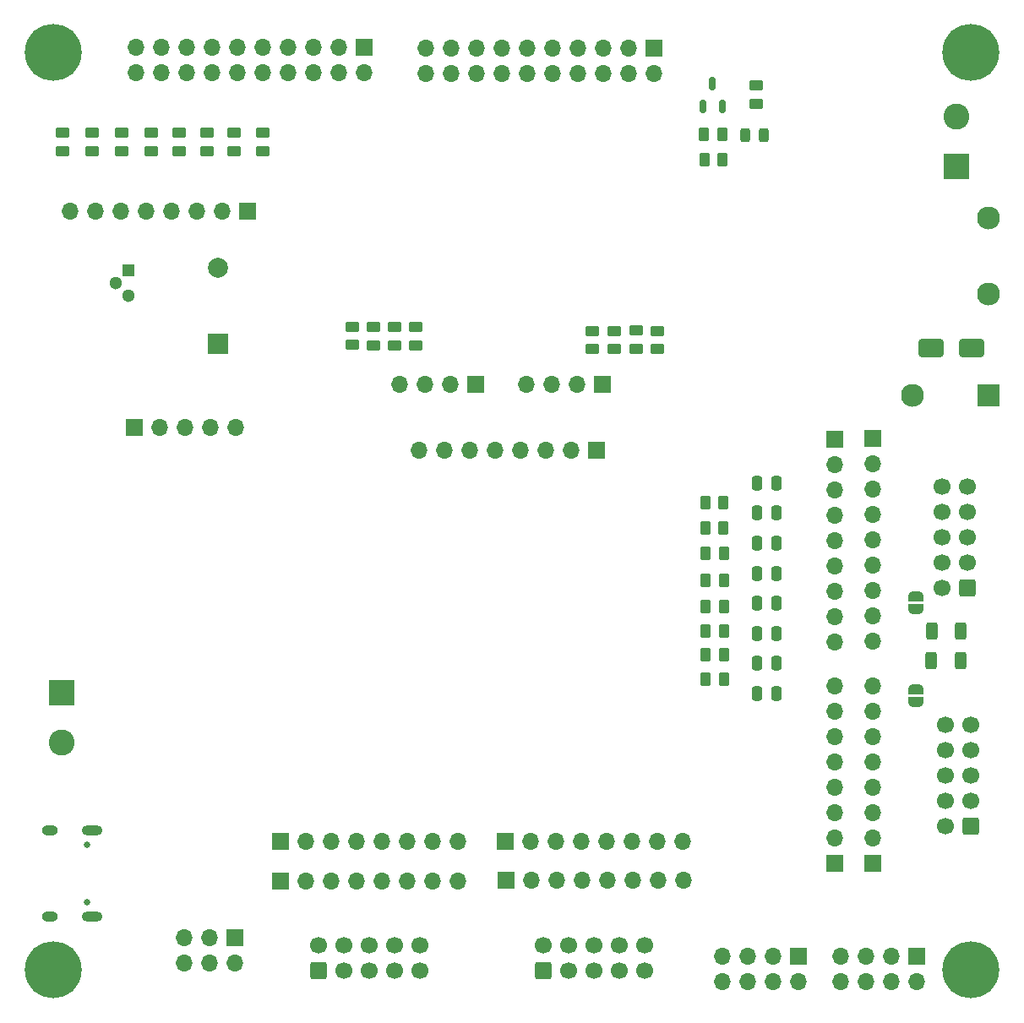
<source format=gbr>
%TF.GenerationSoftware,KiCad,Pcbnew,8.0.4*%
%TF.CreationDate,2025-03-19T03:37:00-05:00*%
%TF.ProjectId,ENRTENADOR ATMEGA1284P,454e5254-454e-4414-944f-522041544d45,rev?*%
%TF.SameCoordinates,Original*%
%TF.FileFunction,Soldermask,Bot*%
%TF.FilePolarity,Negative*%
%FSLAX46Y46*%
G04 Gerber Fmt 4.6, Leading zero omitted, Abs format (unit mm)*
G04 Created by KiCad (PCBNEW 8.0.4) date 2025-03-19 03:37:00*
%MOMM*%
%LPD*%
G01*
G04 APERTURE LIST*
G04 Aperture macros list*
%AMRoundRect*
0 Rectangle with rounded corners*
0 $1 Rounding radius*
0 $2 $3 $4 $5 $6 $7 $8 $9 X,Y pos of 4 corners*
0 Add a 4 corners polygon primitive as box body*
4,1,4,$2,$3,$4,$5,$6,$7,$8,$9,$2,$3,0*
0 Add four circle primitives for the rounded corners*
1,1,$1+$1,$2,$3*
1,1,$1+$1,$4,$5*
1,1,$1+$1,$6,$7*
1,1,$1+$1,$8,$9*
0 Add four rect primitives between the rounded corners*
20,1,$1+$1,$2,$3,$4,$5,0*
20,1,$1+$1,$4,$5,$6,$7,0*
20,1,$1+$1,$6,$7,$8,$9,0*
20,1,$1+$1,$8,$9,$2,$3,0*%
%AMFreePoly0*
4,1,19,0.500000,-0.750000,0.000000,-0.750000,0.000000,-0.744911,-0.071157,-0.744911,-0.207708,-0.704816,-0.327430,-0.627875,-0.420627,-0.520320,-0.479746,-0.390866,-0.500000,-0.250000,-0.500000,0.250000,-0.479746,0.390866,-0.420627,0.520320,-0.327430,0.627875,-0.207708,0.704816,-0.071157,0.744911,0.000000,0.744911,0.000000,0.750000,0.500000,0.750000,0.500000,-0.750000,0.500000,-0.750000,
$1*%
%AMFreePoly1*
4,1,19,0.000000,0.744911,0.071157,0.744911,0.207708,0.704816,0.327430,0.627875,0.420627,0.520320,0.479746,0.390866,0.500000,0.250000,0.500000,-0.250000,0.479746,-0.390866,0.420627,-0.520320,0.327430,-0.627875,0.207708,-0.704816,0.071157,-0.744911,0.000000,-0.744911,0.000000,-0.750000,-0.500000,-0.750000,-0.500000,0.750000,0.000000,0.750000,0.000000,0.744911,0.000000,0.744911,
$1*%
G04 Aperture macros list end*
%ADD10C,1.300000*%
%ADD11R,1.300000X1.300000*%
%ADD12R,2.600000X2.600000*%
%ADD13C,2.600000*%
%ADD14R,1.700000X1.700000*%
%ADD15O,1.700000X1.700000*%
%ADD16RoundRect,0.250000X0.600000X0.600000X-0.600000X0.600000X-0.600000X-0.600000X0.600000X-0.600000X0*%
%ADD17C,1.700000*%
%ADD18RoundRect,0.250000X0.600000X-0.600000X0.600000X0.600000X-0.600000X0.600000X-0.600000X-0.600000X0*%
%ADD19C,5.700000*%
%ADD20O,1.600000X1.000000*%
%ADD21O,2.100000X1.000000*%
%ADD22C,0.650000*%
%ADD23C,2.000000*%
%ADD24R,2.000000X2.000000*%
%ADD25R,2.300000X2.300000*%
%ADD26C,2.300000*%
%ADD27RoundRect,0.250000X0.450000X-0.262500X0.450000X0.262500X-0.450000X0.262500X-0.450000X-0.262500X0*%
%ADD28RoundRect,0.250000X-1.000000X-0.650000X1.000000X-0.650000X1.000000X0.650000X-1.000000X0.650000X0*%
%ADD29RoundRect,0.250000X0.262500X0.450000X-0.262500X0.450000X-0.262500X-0.450000X0.262500X-0.450000X0*%
%ADD30RoundRect,0.250000X0.312500X0.625000X-0.312500X0.625000X-0.312500X-0.625000X0.312500X-0.625000X0*%
%ADD31FreePoly0,90.000000*%
%ADD32FreePoly1,90.000000*%
%ADD33RoundRect,0.250000X0.250000X0.475000X-0.250000X0.475000X-0.250000X-0.475000X0.250000X-0.475000X0*%
%ADD34RoundRect,0.250000X-0.450000X0.262500X-0.450000X-0.262500X0.450000X-0.262500X0.450000X0.262500X0*%
%ADD35RoundRect,0.250000X-0.262500X-0.450000X0.262500X-0.450000X0.262500X0.450000X-0.262500X0.450000X0*%
%ADD36RoundRect,0.150000X0.150000X-0.512500X0.150000X0.512500X-0.150000X0.512500X-0.150000X-0.512500X0*%
%ADD37RoundRect,0.243750X-0.243750X-0.456250X0.243750X-0.456250X0.243750X0.456250X-0.243750X0.456250X0*%
G04 APERTURE END LIST*
D10*
%TO.C,Q2*%
X11560000Y-28420000D03*
X10290000Y-27150000D03*
D11*
X11560000Y-25880000D03*
%TD*%
D12*
%TO.C,J1*%
X4925000Y-68150000D03*
D13*
X4925000Y-73150000D03*
%TD*%
D14*
%TO.C,J8*%
X58450000Y-43900000D03*
D15*
X55910000Y-43900000D03*
X53370000Y-43900000D03*
X50830000Y-43900000D03*
X48290000Y-43900000D03*
X45750000Y-43900000D03*
X43210000Y-43900000D03*
X40670000Y-43900000D03*
%TD*%
D16*
%TO.C,J17*%
X95675000Y-57675000D03*
D17*
X93135000Y-57675000D03*
X95675000Y-55135000D03*
X93135000Y-55135000D03*
X95675000Y-52595000D03*
X93135000Y-52595000D03*
X95675000Y-50055000D03*
X93135000Y-50055000D03*
X95675000Y-47515000D03*
X93135000Y-47515000D03*
%TD*%
D14*
%TO.C,J20*%
X86200000Y-42730000D03*
D15*
X86200000Y-45270000D03*
X86200000Y-47810000D03*
X86200000Y-50350000D03*
X86200000Y-52890000D03*
X86200000Y-55430000D03*
X86200000Y-57970000D03*
X86200000Y-60510000D03*
X86200000Y-63050000D03*
%TD*%
D14*
%TO.C,J10*%
X23550000Y-19950000D03*
D15*
X21010000Y-19950000D03*
X18470000Y-19950000D03*
X15930000Y-19950000D03*
X13390000Y-19950000D03*
X10850000Y-19950000D03*
X8310000Y-19950000D03*
X5770000Y-19950000D03*
%TD*%
D16*
%TO.C,J19*%
X95980000Y-81600000D03*
D17*
X93440000Y-81600000D03*
X95980000Y-79060000D03*
X93440000Y-79060000D03*
X95980000Y-76520000D03*
X93440000Y-76520000D03*
X95980000Y-73980000D03*
X93440000Y-73980000D03*
X95980000Y-71440000D03*
X93440000Y-71440000D03*
%TD*%
D14*
%TO.C,PORTD1*%
X49360000Y-83100000D03*
D15*
X51900000Y-83100000D03*
X54440000Y-83100000D03*
X56980000Y-83100000D03*
X59520000Y-83100000D03*
X62060000Y-83100000D03*
X64600000Y-83100000D03*
X67140000Y-83100000D03*
%TD*%
D14*
%TO.C,J7*%
X35205000Y-3485000D03*
D15*
X35205000Y-6025000D03*
X32665000Y-3485000D03*
X32665000Y-6025000D03*
X30125000Y-3485000D03*
X30125000Y-6025000D03*
X27585000Y-3485000D03*
X27585000Y-6025000D03*
X25045000Y-3485000D03*
X25045000Y-6025000D03*
X22505000Y-3485000D03*
X22505000Y-6025000D03*
X19965000Y-3485000D03*
X19965000Y-6025000D03*
X17425000Y-3485000D03*
X17425000Y-6025000D03*
X14885000Y-3485000D03*
X14885000Y-6025000D03*
X12345000Y-3485000D03*
X12345000Y-6025000D03*
%TD*%
D14*
%TO.C,J13*%
X82350000Y-42780000D03*
D15*
X82350000Y-45320000D03*
X82350000Y-47860000D03*
X82350000Y-50400000D03*
X82350000Y-52940000D03*
X82350000Y-55480000D03*
X82350000Y-58020000D03*
X82350000Y-60560000D03*
X82350000Y-63100000D03*
%TD*%
D14*
%TO.C,J16*%
X49380000Y-86950000D03*
D15*
X51920000Y-86950000D03*
X54460000Y-86950000D03*
X57000000Y-86950000D03*
X59540000Y-86950000D03*
X62080000Y-86950000D03*
X64620000Y-86950000D03*
X67160000Y-86950000D03*
%TD*%
D14*
%TO.C,J3*%
X12185000Y-41640000D03*
D15*
X14725000Y-41640000D03*
X17265000Y-41640000D03*
X19805000Y-41640000D03*
X22345000Y-41640000D03*
%TD*%
D14*
%TO.C,PORTC1*%
X82355000Y-85315000D03*
D15*
X82355000Y-82775000D03*
X82355000Y-80235000D03*
X82355000Y-77695000D03*
X82355000Y-75155000D03*
X82355000Y-72615000D03*
X82355000Y-70075000D03*
X82355000Y-67535000D03*
%TD*%
D18*
%TO.C,J24*%
X53160000Y-96030000D03*
D17*
X53160000Y-93490000D03*
X55700000Y-96030000D03*
X55700000Y-93490000D03*
X58240000Y-96030000D03*
X58240000Y-93490000D03*
X60780000Y-96030000D03*
X60780000Y-93490000D03*
X63320000Y-96030000D03*
X63320000Y-93490000D03*
%TD*%
D14*
%TO.C,J6*%
X64205000Y-3610000D03*
D15*
X64205000Y-6150000D03*
X61665000Y-3610000D03*
X61665000Y-6150000D03*
X59125000Y-3610000D03*
X59125000Y-6150000D03*
X56585000Y-3610000D03*
X56585000Y-6150000D03*
X54045000Y-3610000D03*
X54045000Y-6150000D03*
X51505000Y-3610000D03*
X51505000Y-6150000D03*
X48965000Y-3610000D03*
X48965000Y-6150000D03*
X46425000Y-3610000D03*
X46425000Y-6150000D03*
X43885000Y-3610000D03*
X43885000Y-6150000D03*
X41345000Y-3610000D03*
X41345000Y-6150000D03*
%TD*%
D19*
%TO.C,REF\u002A\u002A*%
X96000000Y-96000000D03*
%TD*%
D20*
%TO.C,J2*%
X3725000Y-90615000D03*
D21*
X7905000Y-90615000D03*
D20*
X3725000Y-81975000D03*
D21*
X7905000Y-81975000D03*
D22*
X7405000Y-89185000D03*
X7405000Y-83405000D03*
%TD*%
D12*
%TO.C,J9*%
X94540000Y-15460000D03*
D13*
X94540000Y-10460000D03*
%TD*%
D14*
%TO.C,J4*%
X59075000Y-37300000D03*
D15*
X56535000Y-37300000D03*
X53995000Y-37300000D03*
X51455000Y-37300000D03*
%TD*%
D19*
%TO.C,REF\u002A\u002A*%
X4000000Y-4000000D03*
%TD*%
D14*
%TO.C,ICSP1*%
X22260000Y-92710000D03*
D15*
X22260000Y-95250000D03*
X19720000Y-92710000D03*
X19720000Y-95250000D03*
X17180000Y-92710000D03*
X17180000Y-95250000D03*
%TD*%
D19*
%TO.C,REF\u002A\u002A*%
X96000000Y-4000000D03*
%TD*%
D14*
%TO.C,J14*%
X26845000Y-83100000D03*
D15*
X29385000Y-83100000D03*
X31925000Y-83100000D03*
X34465000Y-83100000D03*
X37005000Y-83100000D03*
X39545000Y-83100000D03*
X42085000Y-83100000D03*
X44625000Y-83100000D03*
%TD*%
D19*
%TO.C,REF\u002A\u002A*%
X4000000Y-96000000D03*
%TD*%
D18*
%TO.C,J18*%
X30625000Y-96015000D03*
D17*
X30625000Y-93475000D03*
X33165000Y-96015000D03*
X33165000Y-93475000D03*
X35705000Y-96015000D03*
X35705000Y-93475000D03*
X38245000Y-96015000D03*
X38245000Y-93475000D03*
X40785000Y-96015000D03*
X40785000Y-93475000D03*
%TD*%
D14*
%TO.C,J5*%
X46375000Y-37325000D03*
D15*
X43835000Y-37325000D03*
X41295000Y-37325000D03*
X38755000Y-37325000D03*
%TD*%
D23*
%TO.C,BZ1*%
X20550000Y-25600000D03*
D24*
X20550000Y-33200000D03*
%TD*%
D14*
%TO.C,J11*%
X78700000Y-94570000D03*
D15*
X78700000Y-97110000D03*
X76160000Y-94570000D03*
X76160000Y-97110000D03*
X73620000Y-94570000D03*
X73620000Y-97110000D03*
X71080000Y-94570000D03*
X71080000Y-97110000D03*
%TD*%
D14*
%TO.C,J15*%
X86205000Y-85315000D03*
D15*
X86205000Y-82775000D03*
X86205000Y-80235000D03*
X86205000Y-77695000D03*
X86205000Y-75155000D03*
X86205000Y-72615000D03*
X86205000Y-70075000D03*
X86205000Y-67535000D03*
%TD*%
D25*
%TO.C,K1*%
X97770000Y-38420000D03*
D26*
X97770000Y-28260000D03*
X97770000Y-20640000D03*
X90150000Y-38420000D03*
%TD*%
D14*
%TO.C,PORTB1*%
X26795000Y-87075000D03*
D15*
X29335000Y-87075000D03*
X31875000Y-87075000D03*
X34415000Y-87075000D03*
X36955000Y-87075000D03*
X39495000Y-87075000D03*
X42035000Y-87075000D03*
X44575000Y-87075000D03*
%TD*%
D14*
%TO.C,J12*%
X90530000Y-94580000D03*
D15*
X90530000Y-97120000D03*
X87990000Y-94580000D03*
X87990000Y-97120000D03*
X85450000Y-94580000D03*
X85450000Y-97120000D03*
X82910000Y-94580000D03*
X82910000Y-97120000D03*
%TD*%
D27*
%TO.C,R14*%
X40400000Y-33350000D03*
X40400000Y-31525000D03*
%TD*%
D28*
%TO.C,D7*%
X92050000Y-33680000D03*
X96050000Y-33680000D03*
%TD*%
D27*
%TO.C,R21*%
X25075000Y-13912500D03*
X25075000Y-12087500D03*
%TD*%
D29*
%TO.C,R35*%
X71245000Y-64355000D03*
X69420000Y-64355000D03*
%TD*%
%TO.C,R31*%
X71245000Y-54230000D03*
X69420000Y-54230000D03*
%TD*%
D27*
%TO.C,R22*%
X22175000Y-13912500D03*
X22175000Y-12087500D03*
%TD*%
D29*
%TO.C,R36*%
X71245000Y-66830000D03*
X69420000Y-66830000D03*
%TD*%
D30*
%TO.C,R38*%
X94962500Y-65000000D03*
X92037500Y-65000000D03*
%TD*%
D29*
%TO.C,R33*%
X71245000Y-59555000D03*
X69420000Y-59555000D03*
%TD*%
D27*
%TO.C,R23*%
X19425000Y-13912500D03*
X19425000Y-12087500D03*
%TD*%
%TO.C,R24*%
X16625000Y-13912500D03*
X16625000Y-12087500D03*
%TD*%
D31*
%TO.C,JP4*%
X90500000Y-69150000D03*
D32*
X90500000Y-67850000D03*
%TD*%
D27*
%TO.C,R26*%
X10925000Y-13912500D03*
X10925000Y-12087500D03*
%TD*%
D33*
%TO.C,C19*%
X76490000Y-50190000D03*
X74590000Y-50190000D03*
%TD*%
D27*
%TO.C,R27*%
X7950000Y-13912500D03*
X7950000Y-12087500D03*
%TD*%
D33*
%TO.C,C23*%
X76490000Y-62230000D03*
X74590000Y-62230000D03*
%TD*%
D29*
%TO.C,R30*%
X71220000Y-51680000D03*
X69395000Y-51680000D03*
%TD*%
%TO.C,R34*%
X71245000Y-61980000D03*
X69420000Y-61980000D03*
%TD*%
D33*
%TO.C,C18*%
X76490000Y-47180000D03*
X74590000Y-47180000D03*
%TD*%
D34*
%TO.C,R18*%
X36125000Y-31525000D03*
X36125000Y-33350000D03*
%TD*%
%TO.C,R17*%
X60250000Y-31925000D03*
X60250000Y-33750000D03*
%TD*%
D29*
%TO.C,R32*%
X71245000Y-56905000D03*
X69420000Y-56905000D03*
%TD*%
D33*
%TO.C,C22*%
X76490000Y-59220000D03*
X74590000Y-59220000D03*
%TD*%
%TO.C,C20*%
X76490000Y-53200000D03*
X74590000Y-53200000D03*
%TD*%
D29*
%TO.C,R29*%
X71195000Y-49105000D03*
X69370000Y-49105000D03*
%TD*%
D35*
%TO.C,R10*%
X69237500Y-12210000D03*
X71062500Y-12210000D03*
%TD*%
D27*
%TO.C,R28*%
X4950000Y-13912500D03*
X4950000Y-12087500D03*
%TD*%
D34*
%TO.C,R12*%
X74450000Y-7347500D03*
X74450000Y-9172500D03*
%TD*%
D33*
%TO.C,C25*%
X76490000Y-68250000D03*
X74590000Y-68250000D03*
%TD*%
D36*
%TO.C,Q1*%
X71062500Y-9417500D03*
X69162500Y-9417500D03*
X70112500Y-7142500D03*
%TD*%
D33*
%TO.C,C21*%
X76490000Y-56210000D03*
X74590000Y-56210000D03*
%TD*%
D34*
%TO.C,R19*%
X58075000Y-31925000D03*
X58075000Y-33750000D03*
%TD*%
D27*
%TO.C,R25*%
X13850000Y-13912500D03*
X13850000Y-12087500D03*
%TD*%
D34*
%TO.C,R15*%
X38275000Y-31525000D03*
X38275000Y-33350000D03*
%TD*%
D31*
%TO.C,JP3*%
X90500000Y-59800000D03*
D32*
X90500000Y-58500000D03*
%TD*%
D34*
%TO.C,R20*%
X34000000Y-31500000D03*
X34000000Y-33325000D03*
%TD*%
%TO.C,R16*%
X62425000Y-31900000D03*
X62425000Y-33725000D03*
%TD*%
D33*
%TO.C,C24*%
X76490000Y-65240000D03*
X74590000Y-65240000D03*
%TD*%
D35*
%TO.C,R11*%
X69275000Y-14730000D03*
X71100000Y-14730000D03*
%TD*%
D27*
%TO.C,R13*%
X64600000Y-33750000D03*
X64600000Y-31925000D03*
%TD*%
D30*
%TO.C,R37*%
X95000000Y-62000000D03*
X92075000Y-62000000D03*
%TD*%
D37*
%TO.C,D6*%
X73382500Y-12290000D03*
X75257500Y-12290000D03*
%TD*%
M02*

</source>
